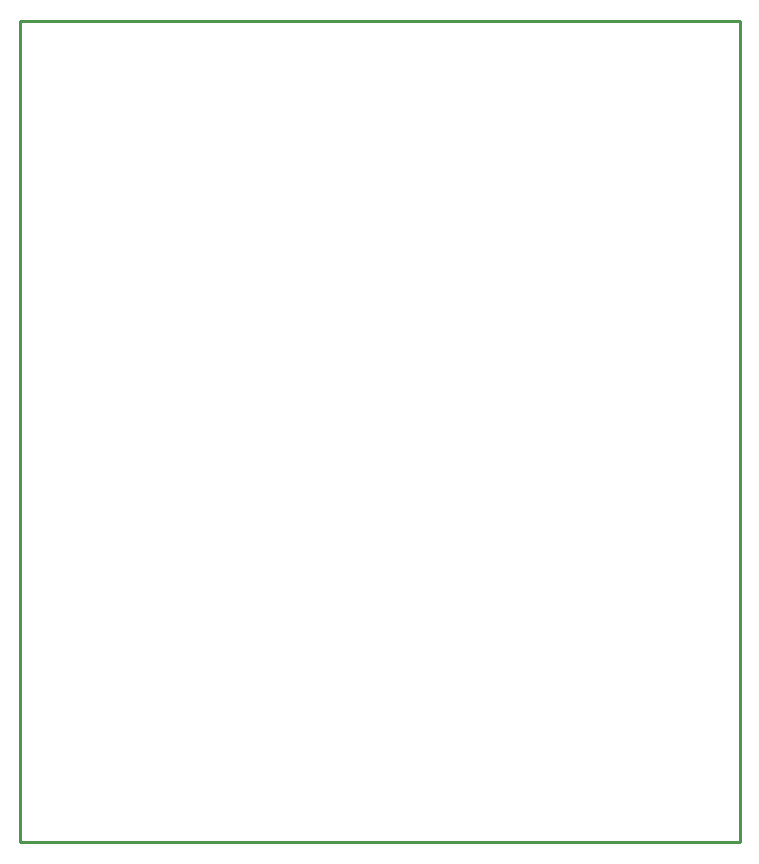
<source format=gko>
%FSLAX25Y25*%
%MOIN*%
G70*
G01*
G75*
G04 Layer_Color=16711935*
%ADD10C,0.01575*%
%ADD11C,0.01476*%
%ADD12R,0.07874X0.01969*%
%ADD13R,0.01969X0.07874*%
G04:AMPARAMS|DCode=14|XSize=19.69mil|YSize=78.74mil|CornerRadius=0mil|HoleSize=0mil|Usage=FLASHONLY|Rotation=180.000|XOffset=0mil|YOffset=0mil|HoleType=Round|Shape=Octagon|*
%AMOCTAGOND14*
4,1,8,0.00492,-0.03937,-0.00492,-0.03937,-0.00984,-0.03445,-0.00984,0.03445,-0.00492,0.03937,0.00492,0.03937,0.00984,0.03445,0.00984,-0.03445,0.00492,-0.03937,0.0*
%
%ADD14OCTAGOND14*%

G04:AMPARAMS|DCode=15|XSize=39.37mil|YSize=25.59mil|CornerRadius=0mil|HoleSize=0mil|Usage=FLASHONLY|Rotation=0.000|XOffset=0mil|YOffset=0mil|HoleType=Round|Shape=Octagon|*
%AMOCTAGOND15*
4,1,8,0.01969,-0.00640,0.01969,0.00640,0.01329,0.01280,-0.01329,0.01280,-0.01969,0.00640,-0.01969,-0.00640,-0.01329,-0.01280,0.01329,-0.01280,0.01969,-0.00640,0.0*
%
%ADD15OCTAGOND15*%

G04:AMPARAMS|DCode=16|XSize=39.37mil|YSize=19.69mil|CornerRadius=0mil|HoleSize=0mil|Usage=FLASHONLY|Rotation=0.000|XOffset=0mil|YOffset=0mil|HoleType=Round|Shape=Octagon|*
%AMOCTAGOND16*
4,1,8,0.01969,-0.00492,0.01969,0.00492,0.01476,0.00984,-0.01476,0.00984,-0.01969,0.00492,-0.01969,-0.00492,-0.01476,-0.00984,0.01476,-0.00984,0.01969,-0.00492,0.0*
%
%ADD16OCTAGOND16*%

G04:AMPARAMS|DCode=17|XSize=47.24mil|YSize=39.37mil|CornerRadius=0mil|HoleSize=0mil|Usage=FLASHONLY|Rotation=270.000|XOffset=0mil|YOffset=0mil|HoleType=Round|Shape=Octagon|*
%AMOCTAGOND17*
4,1,8,-0.00984,-0.02362,0.00984,-0.02362,0.01969,-0.01378,0.01969,0.01378,0.00984,0.02362,-0.00984,0.02362,-0.01969,0.01378,-0.01969,-0.01378,-0.00984,-0.02362,0.0*
%
%ADD17OCTAGOND17*%

%ADD18R,0.04921X0.06693*%
%ADD19R,0.05118X0.04134*%
%ADD20R,0.06299X0.06299*%
%ADD21C,0.06299*%
%ADD22C,0.05906*%
%ADD23C,0.04724*%
%ADD24R,0.05906X0.05906*%
%ADD25C,0.04921*%
%ADD26R,0.04921X0.04921*%
%ADD27C,0.05000*%
%ADD28R,0.03150X0.04724*%
%ADD29C,0.01000*%
D29*
X0Y273500D02*
X240000D01*
Y0D02*
Y273500D01*
X0Y0D02*
Y273500D01*
Y0D02*
X240000D01*
M02*

</source>
